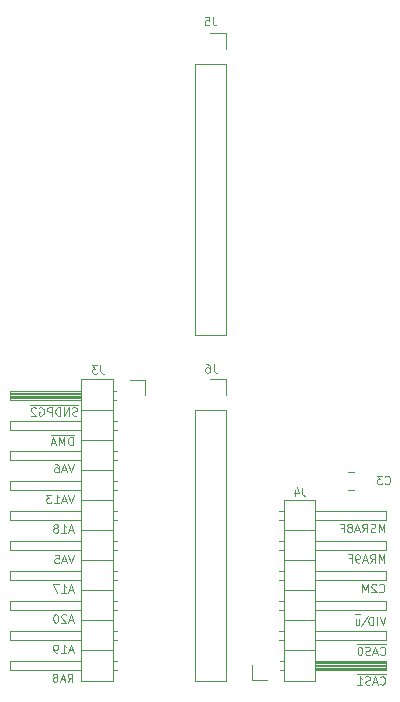
<source format=gbr>
%TF.GenerationSoftware,KiCad,Pcbnew,8.0.5*%
%TF.CreationDate,2024-11-12T16:02:30-04:00*%
%TF.ProjectId,RAMAUXB_V2_Github,52414d41-5558-4425-9f56-325f47697468,rev?*%
%TF.SameCoordinates,Original*%
%TF.FileFunction,Legend,Bot*%
%TF.FilePolarity,Positive*%
%FSLAX46Y46*%
G04 Gerber Fmt 4.6, Leading zero omitted, Abs format (unit mm)*
G04 Created by KiCad (PCBNEW 8.0.5) date 2024-11-12 16:02:30*
%MOMM*%
%LPD*%
G01*
G04 APERTURE LIST*
%ADD10C,0.100000*%
%ADD11C,0.120000*%
G04 APERTURE END LIST*
D10*
X82924210Y-142469133D02*
X82590877Y-142469133D01*
X82990877Y-142669133D02*
X82757544Y-141969133D01*
X82757544Y-141969133D02*
X82524210Y-142669133D01*
X81924210Y-142669133D02*
X82324210Y-142669133D01*
X82124210Y-142669133D02*
X82124210Y-141969133D01*
X82124210Y-141969133D02*
X82190877Y-142069133D01*
X82190877Y-142069133D02*
X82257544Y-142135800D01*
X82257544Y-142135800D02*
X82324210Y-142169133D01*
X81590877Y-142669133D02*
X81457543Y-142669133D01*
X81457543Y-142669133D02*
X81390877Y-142635800D01*
X81390877Y-142635800D02*
X81357543Y-142602466D01*
X81357543Y-142602466D02*
X81290877Y-142502466D01*
X81290877Y-142502466D02*
X81257543Y-142369133D01*
X81257543Y-142369133D02*
X81257543Y-142102466D01*
X81257543Y-142102466D02*
X81290877Y-142035800D01*
X81290877Y-142035800D02*
X81324210Y-142002466D01*
X81324210Y-142002466D02*
X81390877Y-141969133D01*
X81390877Y-141969133D02*
X81524210Y-141969133D01*
X81524210Y-141969133D02*
X81590877Y-142002466D01*
X81590877Y-142002466D02*
X81624210Y-142035800D01*
X81624210Y-142035800D02*
X81657543Y-142102466D01*
X81657543Y-142102466D02*
X81657543Y-142269133D01*
X81657543Y-142269133D02*
X81624210Y-142335800D01*
X81624210Y-142335800D02*
X81590877Y-142369133D01*
X81590877Y-142369133D02*
X81524210Y-142402466D01*
X81524210Y-142402466D02*
X81390877Y-142402466D01*
X81390877Y-142402466D02*
X81324210Y-142369133D01*
X81324210Y-142369133D02*
X81290877Y-142335800D01*
X81290877Y-142335800D02*
X81257543Y-142269133D01*
X82890877Y-125089133D02*
X82890877Y-124389133D01*
X82890877Y-124389133D02*
X82724210Y-124389133D01*
X82724210Y-124389133D02*
X82624210Y-124422466D01*
X82624210Y-124422466D02*
X82557544Y-124489133D01*
X82557544Y-124489133D02*
X82524210Y-124555800D01*
X82524210Y-124555800D02*
X82490877Y-124689133D01*
X82490877Y-124689133D02*
X82490877Y-124789133D01*
X82490877Y-124789133D02*
X82524210Y-124922466D01*
X82524210Y-124922466D02*
X82557544Y-124989133D01*
X82557544Y-124989133D02*
X82624210Y-125055800D01*
X82624210Y-125055800D02*
X82724210Y-125089133D01*
X82724210Y-125089133D02*
X82890877Y-125089133D01*
X82190877Y-125089133D02*
X82190877Y-124389133D01*
X82190877Y-124389133D02*
X81957544Y-124889133D01*
X81957544Y-124889133D02*
X81724210Y-124389133D01*
X81724210Y-124389133D02*
X81724210Y-125089133D01*
X81424210Y-124889133D02*
X81090877Y-124889133D01*
X81490877Y-125089133D02*
X81257544Y-124389133D01*
X81257544Y-124389133D02*
X81024210Y-125089133D01*
X82987544Y-124194800D02*
X81027544Y-124194800D01*
X108917544Y-145302466D02*
X108950877Y-145335800D01*
X108950877Y-145335800D02*
X109050877Y-145369133D01*
X109050877Y-145369133D02*
X109117544Y-145369133D01*
X109117544Y-145369133D02*
X109217544Y-145335800D01*
X109217544Y-145335800D02*
X109284211Y-145269133D01*
X109284211Y-145269133D02*
X109317544Y-145202466D01*
X109317544Y-145202466D02*
X109350877Y-145069133D01*
X109350877Y-145069133D02*
X109350877Y-144969133D01*
X109350877Y-144969133D02*
X109317544Y-144835800D01*
X109317544Y-144835800D02*
X109284211Y-144769133D01*
X109284211Y-144769133D02*
X109217544Y-144702466D01*
X109217544Y-144702466D02*
X109117544Y-144669133D01*
X109117544Y-144669133D02*
X109050877Y-144669133D01*
X109050877Y-144669133D02*
X108950877Y-144702466D01*
X108950877Y-144702466D02*
X108917544Y-144735800D01*
X108650877Y-145169133D02*
X108317544Y-145169133D01*
X108717544Y-145369133D02*
X108484211Y-144669133D01*
X108484211Y-144669133D02*
X108250877Y-145369133D01*
X108050877Y-145335800D02*
X107950877Y-145369133D01*
X107950877Y-145369133D02*
X107784211Y-145369133D01*
X107784211Y-145369133D02*
X107717544Y-145335800D01*
X107717544Y-145335800D02*
X107684211Y-145302466D01*
X107684211Y-145302466D02*
X107650877Y-145235800D01*
X107650877Y-145235800D02*
X107650877Y-145169133D01*
X107650877Y-145169133D02*
X107684211Y-145102466D01*
X107684211Y-145102466D02*
X107717544Y-145069133D01*
X107717544Y-145069133D02*
X107784211Y-145035800D01*
X107784211Y-145035800D02*
X107917544Y-145002466D01*
X107917544Y-145002466D02*
X107984211Y-144969133D01*
X107984211Y-144969133D02*
X108017544Y-144935800D01*
X108017544Y-144935800D02*
X108050877Y-144869133D01*
X108050877Y-144869133D02*
X108050877Y-144802466D01*
X108050877Y-144802466D02*
X108017544Y-144735800D01*
X108017544Y-144735800D02*
X107984211Y-144702466D01*
X107984211Y-144702466D02*
X107917544Y-144669133D01*
X107917544Y-144669133D02*
X107750877Y-144669133D01*
X107750877Y-144669133D02*
X107650877Y-144702466D01*
X106984210Y-145369133D02*
X107384210Y-145369133D01*
X107184210Y-145369133D02*
X107184210Y-144669133D01*
X107184210Y-144669133D02*
X107250877Y-144769133D01*
X107250877Y-144769133D02*
X107317544Y-144835800D01*
X107317544Y-144835800D02*
X107384210Y-144869133D01*
X109414211Y-144474800D02*
X106920877Y-144474800D01*
X109278020Y-132449133D02*
X109278020Y-131749133D01*
X109278020Y-131749133D02*
X109044687Y-132249133D01*
X109044687Y-132249133D02*
X108811353Y-131749133D01*
X108811353Y-131749133D02*
X108811353Y-132449133D01*
X108511353Y-132415800D02*
X108411353Y-132449133D01*
X108411353Y-132449133D02*
X108244687Y-132449133D01*
X108244687Y-132449133D02*
X108178020Y-132415800D01*
X108178020Y-132415800D02*
X108144687Y-132382466D01*
X108144687Y-132382466D02*
X108111353Y-132315800D01*
X108111353Y-132315800D02*
X108111353Y-132249133D01*
X108111353Y-132249133D02*
X108144687Y-132182466D01*
X108144687Y-132182466D02*
X108178020Y-132149133D01*
X108178020Y-132149133D02*
X108244687Y-132115800D01*
X108244687Y-132115800D02*
X108378020Y-132082466D01*
X108378020Y-132082466D02*
X108444687Y-132049133D01*
X108444687Y-132049133D02*
X108478020Y-132015800D01*
X108478020Y-132015800D02*
X108511353Y-131949133D01*
X108511353Y-131949133D02*
X108511353Y-131882466D01*
X108511353Y-131882466D02*
X108478020Y-131815800D01*
X108478020Y-131815800D02*
X108444687Y-131782466D01*
X108444687Y-131782466D02*
X108378020Y-131749133D01*
X108378020Y-131749133D02*
X108211353Y-131749133D01*
X108211353Y-131749133D02*
X108111353Y-131782466D01*
X107411353Y-132449133D02*
X107644686Y-132115800D01*
X107811353Y-132449133D02*
X107811353Y-131749133D01*
X107811353Y-131749133D02*
X107544686Y-131749133D01*
X107544686Y-131749133D02*
X107478020Y-131782466D01*
X107478020Y-131782466D02*
X107444686Y-131815800D01*
X107444686Y-131815800D02*
X107411353Y-131882466D01*
X107411353Y-131882466D02*
X107411353Y-131982466D01*
X107411353Y-131982466D02*
X107444686Y-132049133D01*
X107444686Y-132049133D02*
X107478020Y-132082466D01*
X107478020Y-132082466D02*
X107544686Y-132115800D01*
X107544686Y-132115800D02*
X107811353Y-132115800D01*
X107144686Y-132249133D02*
X106811353Y-132249133D01*
X107211353Y-132449133D02*
X106978020Y-131749133D01*
X106978020Y-131749133D02*
X106744686Y-132449133D01*
X106411353Y-132049133D02*
X106478020Y-132015800D01*
X106478020Y-132015800D02*
X106511353Y-131982466D01*
X106511353Y-131982466D02*
X106544686Y-131915800D01*
X106544686Y-131915800D02*
X106544686Y-131882466D01*
X106544686Y-131882466D02*
X106511353Y-131815800D01*
X106511353Y-131815800D02*
X106478020Y-131782466D01*
X106478020Y-131782466D02*
X106411353Y-131749133D01*
X106411353Y-131749133D02*
X106278020Y-131749133D01*
X106278020Y-131749133D02*
X106211353Y-131782466D01*
X106211353Y-131782466D02*
X106178020Y-131815800D01*
X106178020Y-131815800D02*
X106144686Y-131882466D01*
X106144686Y-131882466D02*
X106144686Y-131915800D01*
X106144686Y-131915800D02*
X106178020Y-131982466D01*
X106178020Y-131982466D02*
X106211353Y-132015800D01*
X106211353Y-132015800D02*
X106278020Y-132049133D01*
X106278020Y-132049133D02*
X106411353Y-132049133D01*
X106411353Y-132049133D02*
X106478020Y-132082466D01*
X106478020Y-132082466D02*
X106511353Y-132115800D01*
X106511353Y-132115800D02*
X106544686Y-132182466D01*
X106544686Y-132182466D02*
X106544686Y-132315800D01*
X106544686Y-132315800D02*
X106511353Y-132382466D01*
X106511353Y-132382466D02*
X106478020Y-132415800D01*
X106478020Y-132415800D02*
X106411353Y-132449133D01*
X106411353Y-132449133D02*
X106278020Y-132449133D01*
X106278020Y-132449133D02*
X106211353Y-132415800D01*
X106211353Y-132415800D02*
X106178020Y-132382466D01*
X106178020Y-132382466D02*
X106144686Y-132315800D01*
X106144686Y-132315800D02*
X106144686Y-132182466D01*
X106144686Y-132182466D02*
X106178020Y-132115800D01*
X106178020Y-132115800D02*
X106211353Y-132082466D01*
X106211353Y-132082466D02*
X106278020Y-132049133D01*
X105611353Y-132082466D02*
X105844686Y-132082466D01*
X105844686Y-132449133D02*
X105844686Y-131749133D01*
X105844686Y-131749133D02*
X105511353Y-131749133D01*
X83254210Y-122555800D02*
X83154210Y-122589133D01*
X83154210Y-122589133D02*
X82987544Y-122589133D01*
X82987544Y-122589133D02*
X82920877Y-122555800D01*
X82920877Y-122555800D02*
X82887544Y-122522466D01*
X82887544Y-122522466D02*
X82854210Y-122455800D01*
X82854210Y-122455800D02*
X82854210Y-122389133D01*
X82854210Y-122389133D02*
X82887544Y-122322466D01*
X82887544Y-122322466D02*
X82920877Y-122289133D01*
X82920877Y-122289133D02*
X82987544Y-122255800D01*
X82987544Y-122255800D02*
X83120877Y-122222466D01*
X83120877Y-122222466D02*
X83187544Y-122189133D01*
X83187544Y-122189133D02*
X83220877Y-122155800D01*
X83220877Y-122155800D02*
X83254210Y-122089133D01*
X83254210Y-122089133D02*
X83254210Y-122022466D01*
X83254210Y-122022466D02*
X83220877Y-121955800D01*
X83220877Y-121955800D02*
X83187544Y-121922466D01*
X83187544Y-121922466D02*
X83120877Y-121889133D01*
X83120877Y-121889133D02*
X82954210Y-121889133D01*
X82954210Y-121889133D02*
X82854210Y-121922466D01*
X82554210Y-122589133D02*
X82554210Y-121889133D01*
X82554210Y-121889133D02*
X82154210Y-122589133D01*
X82154210Y-122589133D02*
X82154210Y-121889133D01*
X81820877Y-122589133D02*
X81820877Y-121889133D01*
X81820877Y-121889133D02*
X81654210Y-121889133D01*
X81654210Y-121889133D02*
X81554210Y-121922466D01*
X81554210Y-121922466D02*
X81487544Y-121989133D01*
X81487544Y-121989133D02*
X81454210Y-122055800D01*
X81454210Y-122055800D02*
X81420877Y-122189133D01*
X81420877Y-122189133D02*
X81420877Y-122289133D01*
X81420877Y-122289133D02*
X81454210Y-122422466D01*
X81454210Y-122422466D02*
X81487544Y-122489133D01*
X81487544Y-122489133D02*
X81554210Y-122555800D01*
X81554210Y-122555800D02*
X81654210Y-122589133D01*
X81654210Y-122589133D02*
X81820877Y-122589133D01*
X81120877Y-122589133D02*
X81120877Y-121889133D01*
X81120877Y-121889133D02*
X80854210Y-121889133D01*
X80854210Y-121889133D02*
X80787544Y-121922466D01*
X80787544Y-121922466D02*
X80754210Y-121955800D01*
X80754210Y-121955800D02*
X80720877Y-122022466D01*
X80720877Y-122022466D02*
X80720877Y-122122466D01*
X80720877Y-122122466D02*
X80754210Y-122189133D01*
X80754210Y-122189133D02*
X80787544Y-122222466D01*
X80787544Y-122222466D02*
X80854210Y-122255800D01*
X80854210Y-122255800D02*
X81120877Y-122255800D01*
X80054210Y-121922466D02*
X80120877Y-121889133D01*
X80120877Y-121889133D02*
X80220877Y-121889133D01*
X80220877Y-121889133D02*
X80320877Y-121922466D01*
X80320877Y-121922466D02*
X80387544Y-121989133D01*
X80387544Y-121989133D02*
X80420877Y-122055800D01*
X80420877Y-122055800D02*
X80454210Y-122189133D01*
X80454210Y-122189133D02*
X80454210Y-122289133D01*
X80454210Y-122289133D02*
X80420877Y-122422466D01*
X80420877Y-122422466D02*
X80387544Y-122489133D01*
X80387544Y-122489133D02*
X80320877Y-122555800D01*
X80320877Y-122555800D02*
X80220877Y-122589133D01*
X80220877Y-122589133D02*
X80154210Y-122589133D01*
X80154210Y-122589133D02*
X80054210Y-122555800D01*
X80054210Y-122555800D02*
X80020877Y-122522466D01*
X80020877Y-122522466D02*
X80020877Y-122289133D01*
X80020877Y-122289133D02*
X80154210Y-122289133D01*
X79754210Y-121955800D02*
X79720877Y-121922466D01*
X79720877Y-121922466D02*
X79654210Y-121889133D01*
X79654210Y-121889133D02*
X79487544Y-121889133D01*
X79487544Y-121889133D02*
X79420877Y-121922466D01*
X79420877Y-121922466D02*
X79387544Y-121955800D01*
X79387544Y-121955800D02*
X79354210Y-122022466D01*
X79354210Y-122022466D02*
X79354210Y-122089133D01*
X79354210Y-122089133D02*
X79387544Y-122189133D01*
X79387544Y-122189133D02*
X79787544Y-122589133D01*
X79787544Y-122589133D02*
X79354210Y-122589133D01*
X83317544Y-121694800D02*
X79290877Y-121694800D01*
X82924210Y-139909133D02*
X82590877Y-139909133D01*
X82990877Y-140109133D02*
X82757544Y-139409133D01*
X82757544Y-139409133D02*
X82524210Y-140109133D01*
X82324210Y-139475800D02*
X82290877Y-139442466D01*
X82290877Y-139442466D02*
X82224210Y-139409133D01*
X82224210Y-139409133D02*
X82057544Y-139409133D01*
X82057544Y-139409133D02*
X81990877Y-139442466D01*
X81990877Y-139442466D02*
X81957544Y-139475800D01*
X81957544Y-139475800D02*
X81924210Y-139542466D01*
X81924210Y-139542466D02*
X81924210Y-139609133D01*
X81924210Y-139609133D02*
X81957544Y-139709133D01*
X81957544Y-139709133D02*
X82357544Y-140109133D01*
X82357544Y-140109133D02*
X81924210Y-140109133D01*
X81490877Y-139409133D02*
X81424210Y-139409133D01*
X81424210Y-139409133D02*
X81357543Y-139442466D01*
X81357543Y-139442466D02*
X81324210Y-139475800D01*
X81324210Y-139475800D02*
X81290877Y-139542466D01*
X81290877Y-139542466D02*
X81257543Y-139675800D01*
X81257543Y-139675800D02*
X81257543Y-139842466D01*
X81257543Y-139842466D02*
X81290877Y-139975800D01*
X81290877Y-139975800D02*
X81324210Y-140042466D01*
X81324210Y-140042466D02*
X81357543Y-140075800D01*
X81357543Y-140075800D02*
X81424210Y-140109133D01*
X81424210Y-140109133D02*
X81490877Y-140109133D01*
X81490877Y-140109133D02*
X81557543Y-140075800D01*
X81557543Y-140075800D02*
X81590877Y-140042466D01*
X81590877Y-140042466D02*
X81624210Y-139975800D01*
X81624210Y-139975800D02*
X81657543Y-139842466D01*
X81657543Y-139842466D02*
X81657543Y-139675800D01*
X81657543Y-139675800D02*
X81624210Y-139542466D01*
X81624210Y-139542466D02*
X81590877Y-139475800D01*
X81590877Y-139475800D02*
X81557543Y-139442466D01*
X81557543Y-139442466D02*
X81490877Y-139409133D01*
X82924210Y-137369133D02*
X82590877Y-137369133D01*
X82990877Y-137569133D02*
X82757544Y-136869133D01*
X82757544Y-136869133D02*
X82524210Y-137569133D01*
X81924210Y-137569133D02*
X82324210Y-137569133D01*
X82124210Y-137569133D02*
X82124210Y-136869133D01*
X82124210Y-136869133D02*
X82190877Y-136969133D01*
X82190877Y-136969133D02*
X82257544Y-137035800D01*
X82257544Y-137035800D02*
X82324210Y-137069133D01*
X81690877Y-136869133D02*
X81224210Y-136869133D01*
X81224210Y-136869133D02*
X81524210Y-137569133D01*
X108848020Y-137483576D02*
X108881353Y-137516910D01*
X108881353Y-137516910D02*
X108981353Y-137550243D01*
X108981353Y-137550243D02*
X109048020Y-137550243D01*
X109048020Y-137550243D02*
X109148020Y-137516910D01*
X109148020Y-137516910D02*
X109214687Y-137450243D01*
X109214687Y-137450243D02*
X109248020Y-137383576D01*
X109248020Y-137383576D02*
X109281353Y-137250243D01*
X109281353Y-137250243D02*
X109281353Y-137150243D01*
X109281353Y-137150243D02*
X109248020Y-137016910D01*
X109248020Y-137016910D02*
X109214687Y-136950243D01*
X109214687Y-136950243D02*
X109148020Y-136883576D01*
X109148020Y-136883576D02*
X109048020Y-136850243D01*
X109048020Y-136850243D02*
X108981353Y-136850243D01*
X108981353Y-136850243D02*
X108881353Y-136883576D01*
X108881353Y-136883576D02*
X108848020Y-136916910D01*
X108581353Y-136916910D02*
X108548020Y-136883576D01*
X108548020Y-136883576D02*
X108481353Y-136850243D01*
X108481353Y-136850243D02*
X108314687Y-136850243D01*
X108314687Y-136850243D02*
X108248020Y-136883576D01*
X108248020Y-136883576D02*
X108214687Y-136916910D01*
X108214687Y-136916910D02*
X108181353Y-136983576D01*
X108181353Y-136983576D02*
X108181353Y-137050243D01*
X108181353Y-137050243D02*
X108214687Y-137150243D01*
X108214687Y-137150243D02*
X108614687Y-137550243D01*
X108614687Y-137550243D02*
X108181353Y-137550243D01*
X107881353Y-137550243D02*
X107881353Y-136850243D01*
X107881353Y-136850243D02*
X107648020Y-137350243D01*
X107648020Y-137350243D02*
X107414686Y-136850243D01*
X107414686Y-136850243D02*
X107414686Y-137550243D01*
X108937544Y-142792466D02*
X108970877Y-142825800D01*
X108970877Y-142825800D02*
X109070877Y-142859133D01*
X109070877Y-142859133D02*
X109137544Y-142859133D01*
X109137544Y-142859133D02*
X109237544Y-142825800D01*
X109237544Y-142825800D02*
X109304211Y-142759133D01*
X109304211Y-142759133D02*
X109337544Y-142692466D01*
X109337544Y-142692466D02*
X109370877Y-142559133D01*
X109370877Y-142559133D02*
X109370877Y-142459133D01*
X109370877Y-142459133D02*
X109337544Y-142325800D01*
X109337544Y-142325800D02*
X109304211Y-142259133D01*
X109304211Y-142259133D02*
X109237544Y-142192466D01*
X109237544Y-142192466D02*
X109137544Y-142159133D01*
X109137544Y-142159133D02*
X109070877Y-142159133D01*
X109070877Y-142159133D02*
X108970877Y-142192466D01*
X108970877Y-142192466D02*
X108937544Y-142225800D01*
X108670877Y-142659133D02*
X108337544Y-142659133D01*
X108737544Y-142859133D02*
X108504211Y-142159133D01*
X108504211Y-142159133D02*
X108270877Y-142859133D01*
X108070877Y-142825800D02*
X107970877Y-142859133D01*
X107970877Y-142859133D02*
X107804211Y-142859133D01*
X107804211Y-142859133D02*
X107737544Y-142825800D01*
X107737544Y-142825800D02*
X107704211Y-142792466D01*
X107704211Y-142792466D02*
X107670877Y-142725800D01*
X107670877Y-142725800D02*
X107670877Y-142659133D01*
X107670877Y-142659133D02*
X107704211Y-142592466D01*
X107704211Y-142592466D02*
X107737544Y-142559133D01*
X107737544Y-142559133D02*
X107804211Y-142525800D01*
X107804211Y-142525800D02*
X107937544Y-142492466D01*
X107937544Y-142492466D02*
X108004211Y-142459133D01*
X108004211Y-142459133D02*
X108037544Y-142425800D01*
X108037544Y-142425800D02*
X108070877Y-142359133D01*
X108070877Y-142359133D02*
X108070877Y-142292466D01*
X108070877Y-142292466D02*
X108037544Y-142225800D01*
X108037544Y-142225800D02*
X108004211Y-142192466D01*
X108004211Y-142192466D02*
X107937544Y-142159133D01*
X107937544Y-142159133D02*
X107770877Y-142159133D01*
X107770877Y-142159133D02*
X107670877Y-142192466D01*
X107237544Y-142159133D02*
X107170877Y-142159133D01*
X107170877Y-142159133D02*
X107104210Y-142192466D01*
X107104210Y-142192466D02*
X107070877Y-142225800D01*
X107070877Y-142225800D02*
X107037544Y-142292466D01*
X107037544Y-142292466D02*
X107004210Y-142425800D01*
X107004210Y-142425800D02*
X107004210Y-142592466D01*
X107004210Y-142592466D02*
X107037544Y-142725800D01*
X107037544Y-142725800D02*
X107070877Y-142792466D01*
X107070877Y-142792466D02*
X107104210Y-142825800D01*
X107104210Y-142825800D02*
X107170877Y-142859133D01*
X107170877Y-142859133D02*
X107237544Y-142859133D01*
X107237544Y-142859133D02*
X107304210Y-142825800D01*
X107304210Y-142825800D02*
X107337544Y-142792466D01*
X107337544Y-142792466D02*
X107370877Y-142725800D01*
X107370877Y-142725800D02*
X107404210Y-142592466D01*
X107404210Y-142592466D02*
X107404210Y-142425800D01*
X107404210Y-142425800D02*
X107370877Y-142292466D01*
X107370877Y-142292466D02*
X107337544Y-142225800D01*
X107337544Y-142225800D02*
X107304210Y-142192466D01*
X107304210Y-142192466D02*
X107237544Y-142159133D01*
X109434211Y-141964800D02*
X106940877Y-141964800D01*
X109268020Y-135029688D02*
X109268020Y-134329688D01*
X109268020Y-134329688D02*
X109034687Y-134829688D01*
X109034687Y-134829688D02*
X108801353Y-134329688D01*
X108801353Y-134329688D02*
X108801353Y-135029688D01*
X108068020Y-135029688D02*
X108301353Y-134696355D01*
X108468020Y-135029688D02*
X108468020Y-134329688D01*
X108468020Y-134329688D02*
X108201353Y-134329688D01*
X108201353Y-134329688D02*
X108134687Y-134363021D01*
X108134687Y-134363021D02*
X108101353Y-134396355D01*
X108101353Y-134396355D02*
X108068020Y-134463021D01*
X108068020Y-134463021D02*
X108068020Y-134563021D01*
X108068020Y-134563021D02*
X108101353Y-134629688D01*
X108101353Y-134629688D02*
X108134687Y-134663021D01*
X108134687Y-134663021D02*
X108201353Y-134696355D01*
X108201353Y-134696355D02*
X108468020Y-134696355D01*
X107801353Y-134829688D02*
X107468020Y-134829688D01*
X107868020Y-135029688D02*
X107634687Y-134329688D01*
X107634687Y-134329688D02*
X107401353Y-135029688D01*
X107134687Y-135029688D02*
X107001353Y-135029688D01*
X107001353Y-135029688D02*
X106934687Y-134996355D01*
X106934687Y-134996355D02*
X106901353Y-134963021D01*
X106901353Y-134963021D02*
X106834687Y-134863021D01*
X106834687Y-134863021D02*
X106801353Y-134729688D01*
X106801353Y-134729688D02*
X106801353Y-134463021D01*
X106801353Y-134463021D02*
X106834687Y-134396355D01*
X106834687Y-134396355D02*
X106868020Y-134363021D01*
X106868020Y-134363021D02*
X106934687Y-134329688D01*
X106934687Y-134329688D02*
X107068020Y-134329688D01*
X107068020Y-134329688D02*
X107134687Y-134363021D01*
X107134687Y-134363021D02*
X107168020Y-134396355D01*
X107168020Y-134396355D02*
X107201353Y-134463021D01*
X107201353Y-134463021D02*
X107201353Y-134629688D01*
X107201353Y-134629688D02*
X107168020Y-134696355D01*
X107168020Y-134696355D02*
X107134687Y-134729688D01*
X107134687Y-134729688D02*
X107068020Y-134763021D01*
X107068020Y-134763021D02*
X106934687Y-134763021D01*
X106934687Y-134763021D02*
X106868020Y-134729688D01*
X106868020Y-134729688D02*
X106834687Y-134696355D01*
X106834687Y-134696355D02*
X106801353Y-134629688D01*
X106268020Y-134663021D02*
X106501353Y-134663021D01*
X106501353Y-135029688D02*
X106501353Y-134329688D01*
X106501353Y-134329688D02*
X106168020Y-134329688D01*
X82990877Y-134389133D02*
X82757544Y-135089133D01*
X82757544Y-135089133D02*
X82524210Y-134389133D01*
X82324210Y-134889133D02*
X81990877Y-134889133D01*
X82390877Y-135089133D02*
X82157544Y-134389133D01*
X82157544Y-134389133D02*
X81924210Y-135089133D01*
X81357544Y-134389133D02*
X81690877Y-134389133D01*
X81690877Y-134389133D02*
X81724210Y-134722466D01*
X81724210Y-134722466D02*
X81690877Y-134689133D01*
X81690877Y-134689133D02*
X81624210Y-134655800D01*
X81624210Y-134655800D02*
X81457544Y-134655800D01*
X81457544Y-134655800D02*
X81390877Y-134689133D01*
X81390877Y-134689133D02*
X81357544Y-134722466D01*
X81357544Y-134722466D02*
X81324210Y-134789133D01*
X81324210Y-134789133D02*
X81324210Y-134955800D01*
X81324210Y-134955800D02*
X81357544Y-135022466D01*
X81357544Y-135022466D02*
X81390877Y-135055800D01*
X81390877Y-135055800D02*
X81457544Y-135089133D01*
X81457544Y-135089133D02*
X81624210Y-135089133D01*
X81624210Y-135089133D02*
X81690877Y-135055800D01*
X81690877Y-135055800D02*
X81724210Y-135022466D01*
X109358020Y-139609133D02*
X109124687Y-140309133D01*
X109124687Y-140309133D02*
X108891353Y-139609133D01*
X108658020Y-140309133D02*
X108658020Y-139609133D01*
X108324687Y-140309133D02*
X108324687Y-139609133D01*
X108324687Y-139609133D02*
X108158020Y-139609133D01*
X108158020Y-139609133D02*
X108058020Y-139642466D01*
X108058020Y-139642466D02*
X107991354Y-139709133D01*
X107991354Y-139709133D02*
X107958020Y-139775800D01*
X107958020Y-139775800D02*
X107924687Y-139909133D01*
X107924687Y-139909133D02*
X107924687Y-140009133D01*
X107924687Y-140009133D02*
X107958020Y-140142466D01*
X107958020Y-140142466D02*
X107991354Y-140209133D01*
X107991354Y-140209133D02*
X108058020Y-140275800D01*
X108058020Y-140275800D02*
X108158020Y-140309133D01*
X108158020Y-140309133D02*
X108324687Y-140309133D01*
X107858020Y-139542466D02*
X107258020Y-140442466D01*
X106858020Y-139842466D02*
X106858020Y-140309133D01*
X107158020Y-139842466D02*
X107158020Y-140209133D01*
X107158020Y-140209133D02*
X107124687Y-140275800D01*
X107124687Y-140275800D02*
X107058020Y-140309133D01*
X107058020Y-140309133D02*
X106958020Y-140309133D01*
X106958020Y-140309133D02*
X106891353Y-140275800D01*
X106891353Y-140275800D02*
X106858020Y-140242466D01*
X107254687Y-139414800D02*
X106761354Y-139414800D01*
X82467544Y-145129133D02*
X82700877Y-144795800D01*
X82867544Y-145129133D02*
X82867544Y-144429133D01*
X82867544Y-144429133D02*
X82600877Y-144429133D01*
X82600877Y-144429133D02*
X82534211Y-144462466D01*
X82534211Y-144462466D02*
X82500877Y-144495800D01*
X82500877Y-144495800D02*
X82467544Y-144562466D01*
X82467544Y-144562466D02*
X82467544Y-144662466D01*
X82467544Y-144662466D02*
X82500877Y-144729133D01*
X82500877Y-144729133D02*
X82534211Y-144762466D01*
X82534211Y-144762466D02*
X82600877Y-144795800D01*
X82600877Y-144795800D02*
X82867544Y-144795800D01*
X82200877Y-144929133D02*
X81867544Y-144929133D01*
X82267544Y-145129133D02*
X82034211Y-144429133D01*
X82034211Y-144429133D02*
X81800877Y-145129133D01*
X81467544Y-144729133D02*
X81534211Y-144695800D01*
X81534211Y-144695800D02*
X81567544Y-144662466D01*
X81567544Y-144662466D02*
X81600877Y-144595800D01*
X81600877Y-144595800D02*
X81600877Y-144562466D01*
X81600877Y-144562466D02*
X81567544Y-144495800D01*
X81567544Y-144495800D02*
X81534211Y-144462466D01*
X81534211Y-144462466D02*
X81467544Y-144429133D01*
X81467544Y-144429133D02*
X81334211Y-144429133D01*
X81334211Y-144429133D02*
X81267544Y-144462466D01*
X81267544Y-144462466D02*
X81234211Y-144495800D01*
X81234211Y-144495800D02*
X81200877Y-144562466D01*
X81200877Y-144562466D02*
X81200877Y-144595800D01*
X81200877Y-144595800D02*
X81234211Y-144662466D01*
X81234211Y-144662466D02*
X81267544Y-144695800D01*
X81267544Y-144695800D02*
X81334211Y-144729133D01*
X81334211Y-144729133D02*
X81467544Y-144729133D01*
X81467544Y-144729133D02*
X81534211Y-144762466D01*
X81534211Y-144762466D02*
X81567544Y-144795800D01*
X81567544Y-144795800D02*
X81600877Y-144862466D01*
X81600877Y-144862466D02*
X81600877Y-144995800D01*
X81600877Y-144995800D02*
X81567544Y-145062466D01*
X81567544Y-145062466D02*
X81534211Y-145095800D01*
X81534211Y-145095800D02*
X81467544Y-145129133D01*
X81467544Y-145129133D02*
X81334211Y-145129133D01*
X81334211Y-145129133D02*
X81267544Y-145095800D01*
X81267544Y-145095800D02*
X81234211Y-145062466D01*
X81234211Y-145062466D02*
X81200877Y-144995800D01*
X81200877Y-144995800D02*
X81200877Y-144862466D01*
X81200877Y-144862466D02*
X81234211Y-144795800D01*
X81234211Y-144795800D02*
X81267544Y-144762466D01*
X81267544Y-144762466D02*
X81334211Y-144729133D01*
X82990877Y-126699133D02*
X82757544Y-127399133D01*
X82757544Y-127399133D02*
X82524210Y-126699133D01*
X82324210Y-127199133D02*
X81990877Y-127199133D01*
X82390877Y-127399133D02*
X82157544Y-126699133D01*
X82157544Y-126699133D02*
X81924210Y-127399133D01*
X81390877Y-126699133D02*
X81524210Y-126699133D01*
X81524210Y-126699133D02*
X81590877Y-126732466D01*
X81590877Y-126732466D02*
X81624210Y-126765800D01*
X81624210Y-126765800D02*
X81690877Y-126865800D01*
X81690877Y-126865800D02*
X81724210Y-126999133D01*
X81724210Y-126999133D02*
X81724210Y-127265800D01*
X81724210Y-127265800D02*
X81690877Y-127332466D01*
X81690877Y-127332466D02*
X81657544Y-127365800D01*
X81657544Y-127365800D02*
X81590877Y-127399133D01*
X81590877Y-127399133D02*
X81457544Y-127399133D01*
X81457544Y-127399133D02*
X81390877Y-127365800D01*
X81390877Y-127365800D02*
X81357544Y-127332466D01*
X81357544Y-127332466D02*
X81324210Y-127265800D01*
X81324210Y-127265800D02*
X81324210Y-127099133D01*
X81324210Y-127099133D02*
X81357544Y-127032466D01*
X81357544Y-127032466D02*
X81390877Y-126999133D01*
X81390877Y-126999133D02*
X81457544Y-126965800D01*
X81457544Y-126965800D02*
X81590877Y-126965800D01*
X81590877Y-126965800D02*
X81657544Y-126999133D01*
X81657544Y-126999133D02*
X81690877Y-127032466D01*
X81690877Y-127032466D02*
X81724210Y-127099133D01*
X82990877Y-129289133D02*
X82757544Y-129989133D01*
X82757544Y-129989133D02*
X82524210Y-129289133D01*
X82324210Y-129789133D02*
X81990877Y-129789133D01*
X82390877Y-129989133D02*
X82157544Y-129289133D01*
X82157544Y-129289133D02*
X81924210Y-129989133D01*
X81324210Y-129989133D02*
X81724210Y-129989133D01*
X81524210Y-129989133D02*
X81524210Y-129289133D01*
X81524210Y-129289133D02*
X81590877Y-129389133D01*
X81590877Y-129389133D02*
X81657544Y-129455800D01*
X81657544Y-129455800D02*
X81724210Y-129489133D01*
X81090877Y-129289133D02*
X80657543Y-129289133D01*
X80657543Y-129289133D02*
X80890877Y-129555800D01*
X80890877Y-129555800D02*
X80790877Y-129555800D01*
X80790877Y-129555800D02*
X80724210Y-129589133D01*
X80724210Y-129589133D02*
X80690877Y-129622466D01*
X80690877Y-129622466D02*
X80657543Y-129689133D01*
X80657543Y-129689133D02*
X80657543Y-129855800D01*
X80657543Y-129855800D02*
X80690877Y-129922466D01*
X80690877Y-129922466D02*
X80724210Y-129955800D01*
X80724210Y-129955800D02*
X80790877Y-129989133D01*
X80790877Y-129989133D02*
X80990877Y-129989133D01*
X80990877Y-129989133D02*
X81057543Y-129955800D01*
X81057543Y-129955800D02*
X81090877Y-129922466D01*
X82924210Y-132289133D02*
X82590877Y-132289133D01*
X82990877Y-132489133D02*
X82757544Y-131789133D01*
X82757544Y-131789133D02*
X82524210Y-132489133D01*
X81924210Y-132489133D02*
X82324210Y-132489133D01*
X82124210Y-132489133D02*
X82124210Y-131789133D01*
X82124210Y-131789133D02*
X82190877Y-131889133D01*
X82190877Y-131889133D02*
X82257544Y-131955800D01*
X82257544Y-131955800D02*
X82324210Y-131989133D01*
X81524210Y-132089133D02*
X81590877Y-132055800D01*
X81590877Y-132055800D02*
X81624210Y-132022466D01*
X81624210Y-132022466D02*
X81657543Y-131955800D01*
X81657543Y-131955800D02*
X81657543Y-131922466D01*
X81657543Y-131922466D02*
X81624210Y-131855800D01*
X81624210Y-131855800D02*
X81590877Y-131822466D01*
X81590877Y-131822466D02*
X81524210Y-131789133D01*
X81524210Y-131789133D02*
X81390877Y-131789133D01*
X81390877Y-131789133D02*
X81324210Y-131822466D01*
X81324210Y-131822466D02*
X81290877Y-131855800D01*
X81290877Y-131855800D02*
X81257543Y-131922466D01*
X81257543Y-131922466D02*
X81257543Y-131955800D01*
X81257543Y-131955800D02*
X81290877Y-132022466D01*
X81290877Y-132022466D02*
X81324210Y-132055800D01*
X81324210Y-132055800D02*
X81390877Y-132089133D01*
X81390877Y-132089133D02*
X81524210Y-132089133D01*
X81524210Y-132089133D02*
X81590877Y-132122466D01*
X81590877Y-132122466D02*
X81624210Y-132155800D01*
X81624210Y-132155800D02*
X81657543Y-132222466D01*
X81657543Y-132222466D02*
X81657543Y-132355800D01*
X81657543Y-132355800D02*
X81624210Y-132422466D01*
X81624210Y-132422466D02*
X81590877Y-132455800D01*
X81590877Y-132455800D02*
X81524210Y-132489133D01*
X81524210Y-132489133D02*
X81390877Y-132489133D01*
X81390877Y-132489133D02*
X81324210Y-132455800D01*
X81324210Y-132455800D02*
X81290877Y-132422466D01*
X81290877Y-132422466D02*
X81257543Y-132355800D01*
X81257543Y-132355800D02*
X81257543Y-132222466D01*
X81257543Y-132222466D02*
X81290877Y-132155800D01*
X81290877Y-132155800D02*
X81324210Y-132122466D01*
X81324210Y-132122466D02*
X81390877Y-132089133D01*
D11*
X102323333Y-128682593D02*
X102323333Y-129182593D01*
X102323333Y-129182593D02*
X102356666Y-129282593D01*
X102356666Y-129282593D02*
X102423333Y-129349260D01*
X102423333Y-129349260D02*
X102523333Y-129382593D01*
X102523333Y-129382593D02*
X102590000Y-129382593D01*
X101690000Y-128915926D02*
X101690000Y-129382593D01*
X101856667Y-128649260D02*
X102023333Y-129149260D01*
X102023333Y-129149260D02*
X101590000Y-129149260D01*
D10*
X109326666Y-128311966D02*
X109359999Y-128345300D01*
X109359999Y-128345300D02*
X109459999Y-128378633D01*
X109459999Y-128378633D02*
X109526666Y-128378633D01*
X109526666Y-128378633D02*
X109626666Y-128345300D01*
X109626666Y-128345300D02*
X109693333Y-128278633D01*
X109693333Y-128278633D02*
X109726666Y-128211966D01*
X109726666Y-128211966D02*
X109759999Y-128078633D01*
X109759999Y-128078633D02*
X109759999Y-127978633D01*
X109759999Y-127978633D02*
X109726666Y-127845300D01*
X109726666Y-127845300D02*
X109693333Y-127778633D01*
X109693333Y-127778633D02*
X109626666Y-127711966D01*
X109626666Y-127711966D02*
X109526666Y-127678633D01*
X109526666Y-127678633D02*
X109459999Y-127678633D01*
X109459999Y-127678633D02*
X109359999Y-127711966D01*
X109359999Y-127711966D02*
X109326666Y-127745300D01*
X109093333Y-127678633D02*
X108659999Y-127678633D01*
X108659999Y-127678633D02*
X108893333Y-127945300D01*
X108893333Y-127945300D02*
X108793333Y-127945300D01*
X108793333Y-127945300D02*
X108726666Y-127978633D01*
X108726666Y-127978633D02*
X108693333Y-128011966D01*
X108693333Y-128011966D02*
X108659999Y-128078633D01*
X108659999Y-128078633D02*
X108659999Y-128245300D01*
X108659999Y-128245300D02*
X108693333Y-128311966D01*
X108693333Y-128311966D02*
X108726666Y-128345300D01*
X108726666Y-128345300D02*
X108793333Y-128378633D01*
X108793333Y-128378633D02*
X108993333Y-128378633D01*
X108993333Y-128378633D02*
X109059999Y-128345300D01*
X109059999Y-128345300D02*
X109093333Y-128311966D01*
D11*
X94813333Y-118247593D02*
X94813333Y-118747593D01*
X94813333Y-118747593D02*
X94846666Y-118847593D01*
X94846666Y-118847593D02*
X94913333Y-118914260D01*
X94913333Y-118914260D02*
X95013333Y-118947593D01*
X95013333Y-118947593D02*
X95080000Y-118947593D01*
X94180000Y-118247593D02*
X94313333Y-118247593D01*
X94313333Y-118247593D02*
X94380000Y-118280926D01*
X94380000Y-118280926D02*
X94413333Y-118314260D01*
X94413333Y-118314260D02*
X94480000Y-118414260D01*
X94480000Y-118414260D02*
X94513333Y-118547593D01*
X94513333Y-118547593D02*
X94513333Y-118814260D01*
X94513333Y-118814260D02*
X94480000Y-118880926D01*
X94480000Y-118880926D02*
X94446667Y-118914260D01*
X94446667Y-118914260D02*
X94380000Y-118947593D01*
X94380000Y-118947593D02*
X94246667Y-118947593D01*
X94246667Y-118947593D02*
X94180000Y-118914260D01*
X94180000Y-118914260D02*
X94146667Y-118880926D01*
X94146667Y-118880926D02*
X94113333Y-118814260D01*
X94113333Y-118814260D02*
X94113333Y-118647593D01*
X94113333Y-118647593D02*
X94146667Y-118580926D01*
X94146667Y-118580926D02*
X94180000Y-118547593D01*
X94180000Y-118547593D02*
X94246667Y-118514260D01*
X94246667Y-118514260D02*
X94380000Y-118514260D01*
X94380000Y-118514260D02*
X94446667Y-118547593D01*
X94446667Y-118547593D02*
X94480000Y-118580926D01*
X94480000Y-118580926D02*
X94513333Y-118647593D01*
D10*
X85238333Y-118333633D02*
X85238333Y-118833633D01*
X85238333Y-118833633D02*
X85271666Y-118933633D01*
X85271666Y-118933633D02*
X85338333Y-119000300D01*
X85338333Y-119000300D02*
X85438333Y-119033633D01*
X85438333Y-119033633D02*
X85505000Y-119033633D01*
X84971667Y-118333633D02*
X84538333Y-118333633D01*
X84538333Y-118333633D02*
X84771667Y-118600300D01*
X84771667Y-118600300D02*
X84671667Y-118600300D01*
X84671667Y-118600300D02*
X84605000Y-118633633D01*
X84605000Y-118633633D02*
X84571667Y-118666966D01*
X84571667Y-118666966D02*
X84538333Y-118733633D01*
X84538333Y-118733633D02*
X84538333Y-118900300D01*
X84538333Y-118900300D02*
X84571667Y-118966966D01*
X84571667Y-118966966D02*
X84605000Y-119000300D01*
X84605000Y-119000300D02*
X84671667Y-119033633D01*
X84671667Y-119033633D02*
X84871667Y-119033633D01*
X84871667Y-119033633D02*
X84938333Y-119000300D01*
X84938333Y-119000300D02*
X84971667Y-118966966D01*
D11*
X94763333Y-88847593D02*
X94763333Y-89347593D01*
X94763333Y-89347593D02*
X94796666Y-89447593D01*
X94796666Y-89447593D02*
X94863333Y-89514260D01*
X94863333Y-89514260D02*
X94963333Y-89547593D01*
X94963333Y-89547593D02*
X95030000Y-89547593D01*
X94096667Y-88847593D02*
X94430000Y-88847593D01*
X94430000Y-88847593D02*
X94463333Y-89180926D01*
X94463333Y-89180926D02*
X94430000Y-89147593D01*
X94430000Y-89147593D02*
X94363333Y-89114260D01*
X94363333Y-89114260D02*
X94196667Y-89114260D01*
X94196667Y-89114260D02*
X94130000Y-89147593D01*
X94130000Y-89147593D02*
X94096667Y-89180926D01*
X94096667Y-89180926D02*
X94063333Y-89247593D01*
X94063333Y-89247593D02*
X94063333Y-89414260D01*
X94063333Y-89414260D02*
X94096667Y-89480926D01*
X94096667Y-89480926D02*
X94130000Y-89514260D01*
X94130000Y-89514260D02*
X94196667Y-89547593D01*
X94196667Y-89547593D02*
X94363333Y-89547593D01*
X94363333Y-89547593D02*
X94430000Y-89514260D01*
X94430000Y-89514260D02*
X94463333Y-89480926D01*
%TO.C,J4*%
X98055000Y-144995000D02*
X98055000Y-143725000D01*
X99325000Y-144995000D02*
X98055000Y-144995000D01*
X100765000Y-129695000D02*
X100765000Y-145055000D01*
X100765000Y-130645000D02*
X100367929Y-130645000D01*
X100765000Y-131405000D02*
X100367929Y-131405000D01*
X100765000Y-133185000D02*
X100367929Y-133185000D01*
X100765000Y-133945000D02*
X100367929Y-133945000D01*
X100765000Y-135725000D02*
X100367929Y-135725000D01*
X100765000Y-136485000D02*
X100367929Y-136485000D01*
X100765000Y-138265000D02*
X100367929Y-138265000D01*
X100765000Y-139025000D02*
X100367929Y-139025000D01*
X100765000Y-140805000D02*
X100367929Y-140805000D01*
X100765000Y-141565000D02*
X100367929Y-141565000D01*
X100765000Y-143345000D02*
X100435000Y-143345000D01*
X100765000Y-144105000D02*
X100435000Y-144105000D01*
X100765000Y-145055000D02*
X103425000Y-145055000D01*
X103425000Y-129695000D02*
X100765000Y-129695000D01*
X103425000Y-130645000D02*
X109425000Y-130645000D01*
X103425000Y-132295000D02*
X100765000Y-132295000D01*
X103425000Y-133185000D02*
X109425000Y-133185000D01*
X103425000Y-134835000D02*
X100765000Y-134835000D01*
X103425000Y-135725000D02*
X109425000Y-135725000D01*
X103425000Y-137375000D02*
X100765000Y-137375000D01*
X103425000Y-138265000D02*
X109425000Y-138265000D01*
X103425000Y-139915000D02*
X100765000Y-139915000D01*
X103425000Y-140805000D02*
X109425000Y-140805000D01*
X103425000Y-142455000D02*
X100765000Y-142455000D01*
X103425000Y-143345000D02*
X109425000Y-143345000D01*
X103425000Y-145055000D02*
X103425000Y-129695000D01*
X109425000Y-130645000D02*
X109425000Y-131405000D01*
X109425000Y-131405000D02*
X103425000Y-131405000D01*
X109425000Y-133185000D02*
X109425000Y-133945000D01*
X109425000Y-133945000D02*
X103425000Y-133945000D01*
X109425000Y-135725000D02*
X109425000Y-136485000D01*
X109425000Y-136485000D02*
X103425000Y-136485000D01*
X109425000Y-138265000D02*
X109425000Y-139025000D01*
X109425000Y-139025000D02*
X103425000Y-139025000D01*
X109425000Y-140805000D02*
X109425000Y-141565000D01*
X109425000Y-141565000D02*
X103425000Y-141565000D01*
X109425000Y-143345000D02*
X109425000Y-144105000D01*
X109425000Y-143445000D02*
X103425000Y-143445000D01*
X109425000Y-143565000D02*
X103425000Y-143565000D01*
X109425000Y-143685000D02*
X103425000Y-143685000D01*
X109425000Y-143805000D02*
X103425000Y-143805000D01*
X109425000Y-143925000D02*
X103425000Y-143925000D01*
X109425000Y-144045000D02*
X103425000Y-144045000D01*
X109425000Y-144105000D02*
X103425000Y-144105000D01*
%TO.C,C3*%
X106701252Y-127375000D02*
X106178748Y-127375000D01*
X106701252Y-128845000D02*
X106178748Y-128845000D01*
%TO.C,J6*%
X93220000Y-122120000D02*
X95880000Y-122120000D01*
X93220000Y-145040000D02*
X93220000Y-122120000D01*
X93220000Y-145040000D02*
X95880000Y-145040000D01*
X94550000Y-119520000D02*
X95880000Y-119520000D01*
X95880000Y-119520000D02*
X95880000Y-120850000D01*
X95880000Y-145040000D02*
X95880000Y-122120000D01*
%TO.C,J3*%
X77600000Y-120475000D02*
X83600000Y-120475000D01*
X77600000Y-120535000D02*
X83600000Y-120535000D01*
X77600000Y-120655000D02*
X83600000Y-120655000D01*
X77600000Y-120775000D02*
X83600000Y-120775000D01*
X77600000Y-120895000D02*
X83600000Y-120895000D01*
X77600000Y-121015000D02*
X83600000Y-121015000D01*
X77600000Y-121135000D02*
X83600000Y-121135000D01*
X77600000Y-121235000D02*
X77600000Y-120475000D01*
X77600000Y-123015000D02*
X83600000Y-123015000D01*
X77600000Y-123775000D02*
X77600000Y-123015000D01*
X77600000Y-125555000D02*
X83600000Y-125555000D01*
X77600000Y-126315000D02*
X77600000Y-125555000D01*
X77600000Y-128095000D02*
X83600000Y-128095000D01*
X77600000Y-128855000D02*
X77600000Y-128095000D01*
X77600000Y-130635000D02*
X83600000Y-130635000D01*
X77600000Y-131395000D02*
X77600000Y-130635000D01*
X77600000Y-133175000D02*
X83600000Y-133175000D01*
X77600000Y-133935000D02*
X77600000Y-133175000D01*
X77600000Y-135715000D02*
X83600000Y-135715000D01*
X77600000Y-136475000D02*
X77600000Y-135715000D01*
X77600000Y-138255000D02*
X83600000Y-138255000D01*
X77600000Y-139015000D02*
X77600000Y-138255000D01*
X77600000Y-140795000D02*
X83600000Y-140795000D01*
X77600000Y-141555000D02*
X77600000Y-140795000D01*
X77600000Y-143335000D02*
X83600000Y-143335000D01*
X77600000Y-144095000D02*
X77600000Y-143335000D01*
X83600000Y-119525000D02*
X83600000Y-145045000D01*
X83600000Y-121235000D02*
X77600000Y-121235000D01*
X83600000Y-122125000D02*
X86260000Y-122125000D01*
X83600000Y-123775000D02*
X77600000Y-123775000D01*
X83600000Y-124665000D02*
X86260000Y-124665000D01*
X83600000Y-126315000D02*
X77600000Y-126315000D01*
X83600000Y-127205000D02*
X86260000Y-127205000D01*
X83600000Y-128855000D02*
X77600000Y-128855000D01*
X83600000Y-129745000D02*
X86260000Y-129745000D01*
X83600000Y-131395000D02*
X77600000Y-131395000D01*
X83600000Y-132285000D02*
X86260000Y-132285000D01*
X83600000Y-133935000D02*
X77600000Y-133935000D01*
X83600000Y-134825000D02*
X86260000Y-134825000D01*
X83600000Y-136475000D02*
X77600000Y-136475000D01*
X83600000Y-137365000D02*
X86260000Y-137365000D01*
X83600000Y-139015000D02*
X77600000Y-139015000D01*
X83600000Y-139905000D02*
X86260000Y-139905000D01*
X83600000Y-141555000D02*
X77600000Y-141555000D01*
X83600000Y-142445000D02*
X86260000Y-142445000D01*
X83600000Y-144095000D02*
X77600000Y-144095000D01*
X83600000Y-145045000D02*
X86260000Y-145045000D01*
X86260000Y-119525000D02*
X83600000Y-119525000D01*
X86260000Y-120475000D02*
X86590000Y-120475000D01*
X86260000Y-121235000D02*
X86590000Y-121235000D01*
X86260000Y-123015000D02*
X86657071Y-123015000D01*
X86260000Y-123775000D02*
X86657071Y-123775000D01*
X86260000Y-125555000D02*
X86657071Y-125555000D01*
X86260000Y-126315000D02*
X86657071Y-126315000D01*
X86260000Y-128095000D02*
X86657071Y-128095000D01*
X86260000Y-128855000D02*
X86657071Y-128855000D01*
X86260000Y-130635000D02*
X86657071Y-130635000D01*
X86260000Y-131395000D02*
X86657071Y-131395000D01*
X86260000Y-133175000D02*
X86657071Y-133175000D01*
X86260000Y-133935000D02*
X86657071Y-133935000D01*
X86260000Y-135715000D02*
X86657071Y-135715000D01*
X86260000Y-136475000D02*
X86657071Y-136475000D01*
X86260000Y-138255000D02*
X86657071Y-138255000D01*
X86260000Y-139015000D02*
X86657071Y-139015000D01*
X86260000Y-140795000D02*
X86657071Y-140795000D01*
X86260000Y-141555000D02*
X86657071Y-141555000D01*
X86260000Y-143335000D02*
X86657071Y-143335000D01*
X86260000Y-144095000D02*
X86657071Y-144095000D01*
X86260000Y-145045000D02*
X86260000Y-119525000D01*
X87700000Y-119585000D02*
X88970000Y-119585000D01*
X88970000Y-119585000D02*
X88970000Y-120855000D01*
%TO.C,J5*%
X93220000Y-92820000D02*
X95880000Y-92820000D01*
X93220000Y-115740000D02*
X93220000Y-92820000D01*
X93220000Y-115740000D02*
X95880000Y-115740000D01*
X94550000Y-90220000D02*
X95880000Y-90220000D01*
X95880000Y-90220000D02*
X95880000Y-91550000D01*
X95880000Y-115740000D02*
X95880000Y-92820000D01*
%TD*%
M02*

</source>
